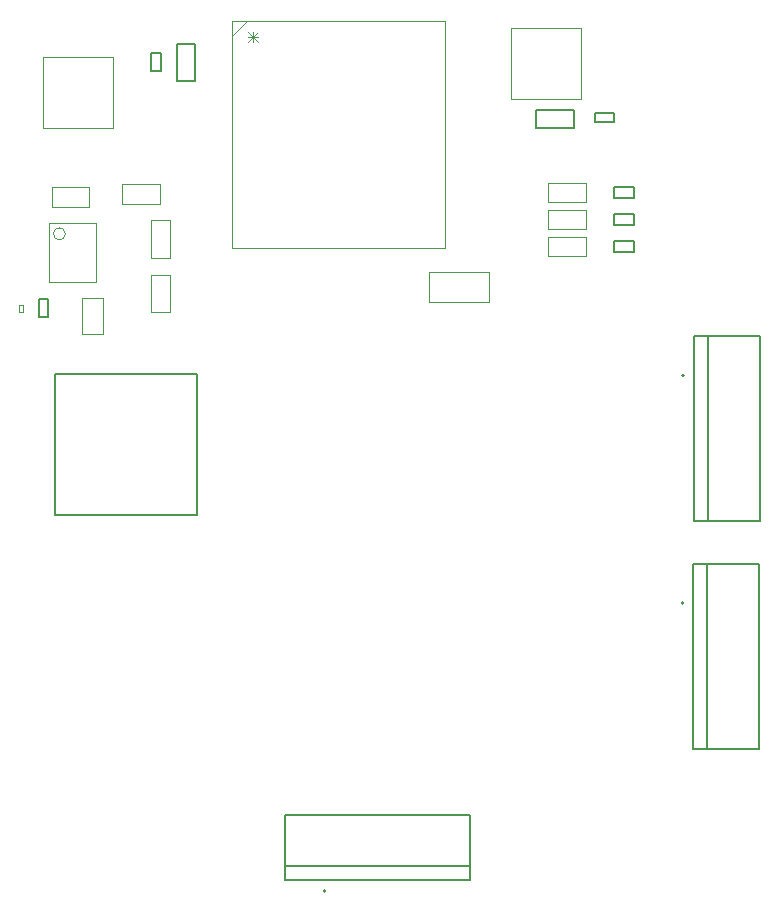
<source format=gbr>
%TF.GenerationSoftware,Altium Limited,Altium Designer,22.9.1 (49)*%
G04 Layer_Color=16711935*
%FSLAX23Y23*%
%MOIN*%
%TF.SameCoordinates,7E49B892-F471-4493-957F-970E4ADD815D*%
%TF.FilePolarity,Positive*%
%TF.FileFunction,Other,Top_3D_Body*%
%TF.Part,Single*%
G01*
G75*
%TA.AperFunction,NonConductor*%
%ADD57C,0.008*%
%ADD59C,0.005*%
%ADD60C,0.003*%
%ADD70C,0.004*%
%ADD72C,0.001*%
D57*
X3759Y2087D02*
G03*
X3759Y2087I-4J0D01*
G01*
X3761Y2846D02*
G03*
X3761Y2846I-4J0D01*
G01*
X2566Y1128D02*
G03*
X2566Y1128I-4J0D01*
G01*
X1664Y2379D02*
Y2851D01*
Y2379D02*
X2136D01*
Y2851D01*
X1664D02*
X2136D01*
X2069Y3952D02*
X2131D01*
X2069Y3826D02*
Y3952D01*
Y3826D02*
X2131D01*
Y3952D01*
X1609Y3101D02*
X1641D01*
X1609Y3039D02*
Y3101D01*
Y3039D02*
X1641D01*
Y3101D01*
X3268Y3731D02*
X3394D01*
Y3669D02*
Y3731D01*
X3268Y3669D02*
X3394D01*
X3268D02*
Y3731D01*
X3463Y3721D02*
X3526D01*
Y3689D02*
Y3721D01*
X3463Y3689D02*
X3526D01*
X3463D02*
Y3721D01*
X3527Y3437D02*
X3593D01*
X3527D02*
Y3473D01*
X3593D01*
Y3437D02*
Y3473D01*
X3527Y3347D02*
X3593D01*
X3527D02*
Y3383D01*
X3593D01*
Y3347D02*
Y3383D01*
X3527Y3257D02*
X3594D01*
X3527D02*
Y3293D01*
X3594D01*
Y3257D02*
Y3293D01*
X2016Y3859D02*
Y3921D01*
X1984Y3859D02*
X2016D01*
X1984D02*
Y3921D01*
X2016D01*
D59*
X3838Y1602D02*
X4010D01*
X3838D02*
Y2218D01*
X4010D01*
Y1602D02*
Y2218D01*
X3791Y1602D02*
Y2218D01*
Y1602D02*
X3838D01*
X3791Y2218D02*
X3838D01*
X3840Y2361D02*
X4012D01*
X3840D02*
Y2977D01*
X4012D01*
Y2361D02*
Y2977D01*
X3793Y2361D02*
Y2977D01*
Y2361D02*
X3840D01*
X3793Y2977D02*
X3840D01*
X2431Y1163D02*
Y1210D01*
X3047Y1163D02*
Y1210D01*
X2431Y1163D02*
X3047D01*
X2431Y1382D02*
X3047D01*
X2431Y1210D02*
Y1382D01*
Y1210D02*
X3047D01*
Y1382D01*
D60*
X2307Y3990D02*
X2340Y3956D01*
X2307D02*
X2340Y3990D01*
X2307Y3973D02*
X2340D01*
X2323Y3956D02*
Y3990D01*
D70*
X1698Y3318D02*
G03*
X1698Y3318I-20J0D01*
G01*
X3418Y3767D02*
Y4003D01*
X3182Y3767D02*
Y4003D01*
X3418D01*
X3182Y3767D02*
X3418D01*
X1887Y3417D02*
X2013D01*
X1887Y3483D02*
X2013D01*
Y3417D02*
Y3483D01*
X1887Y3417D02*
Y3483D01*
X1982Y3364D02*
X2048D01*
X1982Y3238D02*
X2048D01*
Y3364D01*
X1982Y3238D02*
Y3364D01*
Y3056D02*
X2048D01*
X1982Y3182D02*
X2048D01*
X1982Y3056D02*
Y3182D01*
X2048Y3056D02*
Y3182D01*
X1753Y2985D02*
Y3105D01*
X1822Y2985D02*
Y3105D01*
X1753D02*
X1822D01*
X1753Y2985D02*
X1822D01*
X1643Y3157D02*
X1800D01*
X1643Y3353D02*
X1800D01*
Y3157D02*
Y3353D01*
X1643Y3157D02*
Y3353D01*
X1778Y3407D02*
Y3473D01*
X1652Y3407D02*
Y3473D01*
Y3407D02*
X1778D01*
X1652Y3473D02*
X1778D01*
X1556Y3058D02*
Y3082D01*
X1544Y3058D02*
Y3082D01*
X1556D01*
X1544Y3058D02*
X1556D01*
X2910Y3190D02*
X3110D01*
Y3090D02*
Y3190D01*
X2910Y3090D02*
X3110D01*
X2910D02*
Y3190D01*
X3307Y3333D02*
X3435D01*
X3307Y3397D02*
X3435D01*
Y3333D02*
Y3397D01*
X3307Y3333D02*
Y3397D01*
Y3243D02*
X3435D01*
X3307Y3307D02*
X3435D01*
Y3243D02*
Y3307D01*
X3307Y3243D02*
Y3307D01*
Y3423D02*
X3435D01*
X3307Y3487D02*
X3435D01*
Y3423D02*
Y3487D01*
X3307Y3423D02*
Y3487D01*
X1622Y3672D02*
Y3908D01*
X1858Y3672D02*
Y3908D01*
X1622D02*
X1858D01*
X1622Y3672D02*
X1858D01*
D72*
X2255Y3270D02*
Y4026D01*
X2964D01*
Y3270D02*
Y4026D01*
X2255Y3270D02*
X2964D01*
X2255Y3976D02*
X2305Y4026D01*
%TF.MD5,b71deec787159767508449aa9834cfe7*%
M02*

</source>
